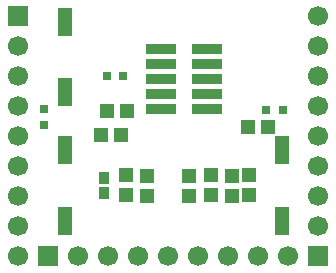
<source format=gbr>
G04 DipTrace 3.1.0.1*
G04 BottomMask.gbr*
%MOIN*%
G04 #@! TF.FileFunction,Soldermask,Bot*
G04 #@! TF.Part,Single*
%ADD38R,0.035433X0.043307*%
%ADD40R,0.047244X0.051181*%
%ADD42R,0.031496X0.027559*%
%ADD44R,0.027559X0.031496*%
%ADD46R,0.047244X0.097874*%
%ADD48R,0.051181X0.047244*%
%ADD50C,0.066929*%
%ADD52R,0.066929X0.066929*%
%ADD54R,0.102362X0.037795*%
%FSLAX26Y26*%
G04*
G70*
G90*
G75*
G01*
G04 BotMask*
%LPD*%
D54*
X921654Y1040551D3*
Y1090551D3*
Y1140551D3*
Y990551D3*
Y940551D3*
X1075197Y1040551D3*
Y1090551D3*
Y1140551D3*
Y990551D3*
Y940551D3*
D52*
X1444882Y448819D3*
D50*
Y548819D3*
Y648819D3*
Y748819D3*
Y848819D3*
Y948819D3*
Y1048819D3*
Y1148819D3*
Y1248819D3*
D52*
X444882D3*
D50*
Y1148819D3*
Y1048819D3*
Y948819D3*
Y848819D3*
Y748819D3*
Y648819D3*
Y548819D3*
Y448819D3*
D52*
X544882D3*
D50*
X644882D3*
X744882D3*
X844882D3*
X944882D3*
X1044882D3*
X1144882D3*
X1244882D3*
X1344882D3*
D48*
X809055Y934252D3*
X742126D3*
X1210630Y879528D3*
X1277559D3*
D46*
X1323622Y566929D3*
Y803150D3*
D44*
X740157Y1048819D3*
X795276D3*
X1327953Y936220D3*
X1272835D3*
D42*
X531496Y940551D3*
Y885433D3*
D40*
X874016Y651575D3*
Y718504D3*
X1015748Y651575D3*
Y718504D3*
X1157480Y651575D3*
Y718504D3*
D48*
X787795Y854331D3*
X720866D3*
D40*
X804331Y720472D3*
Y653543D3*
X1087008Y719291D3*
Y652362D3*
X1214173Y719685D3*
Y652756D3*
D38*
X732283Y710630D3*
Y659449D3*
D46*
X600000Y566929D3*
Y803150D3*
Y1231890D3*
Y995669D3*
M02*

</source>
